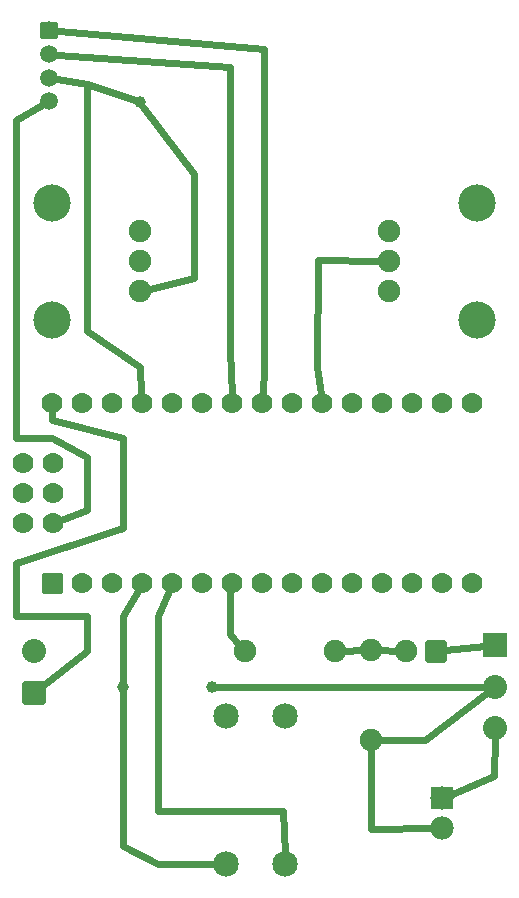
<source format=gbl>
G04 MADE WITH FRITZING*
G04 WWW.FRITZING.ORG*
G04 DOUBLE SIDED*
G04 HOLES PLATED*
G04 CONTOUR ON CENTER OF CONTOUR VECTOR*
%ASAXBY*%
%FSLAX23Y23*%
%MOIN*%
%OFA0B0*%
%SFA1.0B1.0*%
%ADD10C,0.059200*%
%ADD11C,0.085000*%
%ADD12C,0.074667*%
%ADD13C,0.074695*%
%ADD14C,0.124033*%
%ADD15C,0.070000*%
%ADD16C,0.039370*%
%ADD17C,0.080000*%
%ADD18C,0.075000*%
%ADD19C,0.078000*%
%ADD20R,0.080000X0.080000*%
%ADD21R,0.078000X0.078000*%
%ADD22C,0.024000*%
%ADD23C,0.013600*%
%ADD24C,0.017000*%
%ADD25C,0.020000*%
%LNCOPPER0*%
G90*
G70*
G54D10*
X184Y2853D03*
X184Y2617D03*
X184Y2695D03*
X184Y2774D03*
G54D11*
X972Y567D03*
X775Y567D03*
X775Y75D03*
X972Y75D03*
G54D12*
X489Y1983D03*
X489Y2083D03*
G54D13*
X489Y2183D03*
G54D14*
X194Y1889D03*
X194Y2277D03*
G54D12*
X1316Y2183D03*
X1316Y2083D03*
G54D13*
X1316Y1983D03*
G54D14*
X1611Y2277D03*
X1611Y1889D03*
G54D15*
X194Y1011D03*
X294Y1011D03*
X394Y1011D03*
X494Y1011D03*
X594Y1011D03*
X694Y1011D03*
X794Y1011D03*
X894Y1011D03*
X994Y1011D03*
X1094Y1011D03*
X1194Y1011D03*
X1294Y1011D03*
X1394Y1011D03*
X1494Y1011D03*
X1594Y1011D03*
X194Y1611D03*
X294Y1611D03*
X394Y1611D03*
X494Y1611D03*
X594Y1611D03*
X694Y1611D03*
X794Y1611D03*
X894Y1611D03*
X994Y1611D03*
X1094Y1611D03*
X1194Y1611D03*
X1294Y1611D03*
X1394Y1611D03*
X1494Y1611D03*
X1594Y1611D03*
X98Y1211D03*
X198Y1211D03*
X98Y1311D03*
X198Y1311D03*
X98Y1411D03*
X198Y1411D03*
G54D16*
X488Y2614D03*
G54D17*
X135Y646D03*
X135Y784D03*
X1670Y804D03*
X1670Y666D03*
X1670Y528D03*
G54D16*
X432Y665D03*
G54D18*
X1475Y784D03*
X1375Y784D03*
X839Y784D03*
X1139Y784D03*
X1257Y789D03*
X1257Y489D03*
G54D19*
X1493Y293D03*
X1493Y193D03*
G54D16*
X726Y664D03*
G54D20*
X1670Y804D03*
G54D21*
X1493Y293D03*
G54D22*
X786Y2730D02*
X786Y1786D01*
D02*
X786Y1786D02*
X793Y1640D01*
D02*
X211Y2772D02*
X786Y2730D01*
D02*
X902Y2791D02*
X902Y1730D01*
D02*
X902Y1730D02*
X896Y1640D01*
D02*
X218Y2850D02*
X902Y2791D01*
D02*
X74Y2554D02*
X74Y1493D01*
D02*
X195Y1493D02*
X311Y1432D01*
D02*
X74Y1493D02*
X195Y1493D01*
D02*
X160Y2603D02*
X74Y2554D01*
D02*
X311Y1432D02*
X311Y1256D01*
D02*
X311Y1256D02*
X225Y1222D01*
D02*
X432Y134D02*
X432Y646D01*
D02*
X432Y684D02*
X432Y902D01*
D02*
X432Y902D02*
X480Y985D01*
D02*
X549Y74D02*
X432Y134D01*
D02*
X740Y75D02*
X549Y74D01*
D02*
X549Y250D02*
X549Y902D01*
D02*
X549Y902D02*
X583Y984D01*
D02*
X963Y250D02*
X549Y250D01*
D02*
X970Y110D02*
X963Y250D01*
D02*
X311Y2675D02*
X311Y1850D01*
D02*
X311Y1850D02*
X488Y1730D01*
D02*
X211Y2691D02*
X311Y2675D01*
D02*
X488Y1730D02*
X492Y1640D01*
D02*
X311Y2675D02*
X470Y2620D01*
D02*
X211Y2691D02*
X311Y2675D01*
D02*
X1081Y2087D02*
X1079Y1730D01*
D02*
X1079Y1730D02*
X1090Y1640D01*
D02*
X1284Y2084D02*
X1081Y2087D01*
D02*
X786Y963D02*
X786Y841D01*
D02*
X786Y841D02*
X819Y805D01*
D02*
X789Y982D02*
X786Y963D01*
D02*
X1639Y800D02*
X1503Y787D01*
D02*
X1228Y787D02*
X1167Y785D01*
D02*
X1285Y787D02*
X1346Y785D01*
D02*
X1437Y487D02*
X1285Y488D01*
D02*
X1646Y647D02*
X1437Y487D01*
D02*
X432Y1493D02*
X432Y1195D01*
D02*
X432Y1195D02*
X74Y1079D01*
D02*
X195Y1554D02*
X432Y1493D01*
D02*
X74Y1079D02*
X74Y902D01*
D02*
X194Y1582D02*
X195Y1554D01*
D02*
X74Y902D02*
X311Y902D01*
D02*
X311Y902D02*
X311Y783D01*
D02*
X311Y783D02*
X159Y665D01*
D02*
X1257Y460D02*
X1259Y190D01*
D02*
X1259Y190D02*
X1463Y193D01*
D02*
X1667Y368D02*
X1521Y305D01*
D02*
X1670Y497D02*
X1667Y368D01*
D02*
X745Y664D02*
X1639Y666D01*
D02*
X667Y2376D02*
X667Y2027D01*
D02*
X667Y2027D02*
X520Y1991D01*
D02*
X499Y2599D02*
X667Y2376D01*
G54D23*
X161Y2876D02*
X207Y2876D01*
X207Y2830D01*
X161Y2830D01*
X161Y2876D01*
D02*
G54D24*
X167Y1037D02*
X220Y1037D01*
X220Y984D01*
X167Y984D01*
X167Y1037D01*
D02*
G54D25*
X105Y616D02*
X105Y676D01*
X165Y676D01*
X165Y616D01*
X105Y616D01*
D02*
X1447Y756D02*
X1447Y811D01*
X1502Y811D01*
X1502Y756D01*
X1447Y756D01*
D02*
G04 End of Copper0*
M02*
</source>
